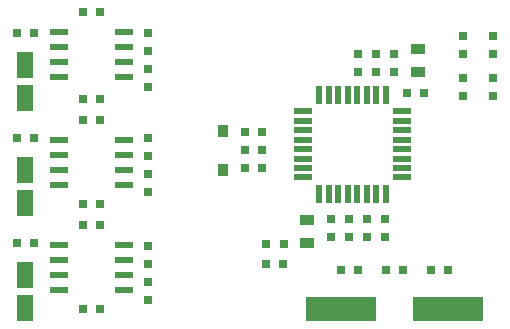
<source format=gtp>
G04*
G04 #@! TF.GenerationSoftware,Altium Limited,Altium Designer,21.7.1 (17)*
G04*
G04 Layer_Color=8421504*
%FSLAX44Y44*%
%MOMM*%
G71*
G04*
G04 #@! TF.SameCoordinates,46D70AF8-5DF4-403A-B55C-3C1985085F34*
G04*
G04*
G04 #@! TF.FilePolarity,Positive*
G04*
G01*
G75*
%ADD18R,1.6000X0.5500*%
%ADD19R,0.5500X1.6000*%
%ADD20R,0.7500X0.7500*%
%ADD21R,0.7500X0.7500*%
%ADD22R,1.3000X0.9000*%
%ADD23R,0.8800X1.0200*%
%ADD24R,0.8000X0.8000*%
%ADD25R,0.8000X0.8000*%
%ADD26R,1.3500X2.2000*%
%ADD27R,6.0000X2.0000*%
%ADD28R,1.5200X0.6000*%
D18*
X339000Y137100D02*
D03*
Y145100D02*
D03*
Y153100D02*
D03*
Y161100D02*
D03*
Y169100D02*
D03*
Y177100D02*
D03*
Y185100D02*
D03*
Y193100D02*
D03*
X423000D02*
D03*
Y185100D02*
D03*
Y177100D02*
D03*
Y169100D02*
D03*
Y161100D02*
D03*
Y153100D02*
D03*
Y145100D02*
D03*
Y137100D02*
D03*
D19*
X353000Y207100D02*
D03*
X361000D02*
D03*
X369000D02*
D03*
X377000D02*
D03*
X385000D02*
D03*
X393000D02*
D03*
X401000D02*
D03*
X409000D02*
D03*
Y123100D02*
D03*
X401000D02*
D03*
X393000D02*
D03*
X385000D02*
D03*
X377000D02*
D03*
X369000D02*
D03*
X361000D02*
D03*
X353000D02*
D03*
D20*
X408940Y101480D02*
D03*
Y86480D02*
D03*
X474980Y256420D02*
D03*
Y241420D02*
D03*
X500380Y256420D02*
D03*
Y241420D02*
D03*
X393700Y101480D02*
D03*
Y86480D02*
D03*
X378460Y101480D02*
D03*
Y86480D02*
D03*
X363220Y101480D02*
D03*
Y86480D02*
D03*
X401320Y226180D02*
D03*
Y241180D02*
D03*
X416560Y226180D02*
D03*
Y241180D02*
D03*
X386080Y241180D02*
D03*
Y226180D02*
D03*
X208280Y78620D02*
D03*
Y63620D02*
D03*
Y48140D02*
D03*
Y33140D02*
D03*
Y170060D02*
D03*
Y155060D02*
D03*
Y139580D02*
D03*
Y124580D02*
D03*
Y258960D02*
D03*
Y243960D02*
D03*
Y228480D02*
D03*
Y213480D02*
D03*
D21*
X289680Y175260D02*
D03*
X304680D02*
D03*
X322714Y80469D02*
D03*
X307714D02*
D03*
X426840Y208280D02*
D03*
X441840D02*
D03*
X96640Y81280D02*
D03*
X111640D02*
D03*
X96640Y170180D02*
D03*
X111640D02*
D03*
X96640Y259080D02*
D03*
X111640D02*
D03*
X462160Y58420D02*
D03*
X447160D02*
D03*
X370960D02*
D03*
X385960D02*
D03*
X304680Y160020D02*
D03*
X289680D02*
D03*
X152520Y96520D02*
D03*
X167520D02*
D03*
X152520Y25400D02*
D03*
X167520D02*
D03*
X152520Y185420D02*
D03*
X167520D02*
D03*
X152520Y114300D02*
D03*
X167520D02*
D03*
X152520Y276860D02*
D03*
X167520D02*
D03*
X152520Y203200D02*
D03*
X167520D02*
D03*
X289680Y144780D02*
D03*
X304680D02*
D03*
X424060Y58420D02*
D03*
X409060D02*
D03*
D22*
X342900Y100940D02*
D03*
Y81940D02*
D03*
X436880Y226720D02*
D03*
Y245720D02*
D03*
D23*
X271780Y176370D02*
D03*
Y143670D02*
D03*
D24*
X322460Y63500D02*
D03*
X307460D02*
D03*
D25*
X474980Y205980D02*
D03*
Y220980D02*
D03*
X500380Y205980D02*
D03*
Y220980D02*
D03*
D26*
X104140Y26540D02*
D03*
Y54740D02*
D03*
Y115440D02*
D03*
Y143640D02*
D03*
Y204340D02*
D03*
Y232540D02*
D03*
D27*
X461560Y25400D02*
D03*
X371560D02*
D03*
D28*
X132620Y80010D02*
D03*
Y67310D02*
D03*
Y54610D02*
D03*
Y41910D02*
D03*
X187420Y80010D02*
D03*
Y67310D02*
D03*
Y54610D02*
D03*
Y41910D02*
D03*
X132620Y168910D02*
D03*
Y156210D02*
D03*
Y143510D02*
D03*
Y130810D02*
D03*
X187420Y168910D02*
D03*
Y156210D02*
D03*
Y143510D02*
D03*
Y130810D02*
D03*
X132620Y260350D02*
D03*
Y247650D02*
D03*
Y234950D02*
D03*
Y222250D02*
D03*
X187420Y260350D02*
D03*
Y247650D02*
D03*
Y234950D02*
D03*
Y222250D02*
D03*
M02*

</source>
